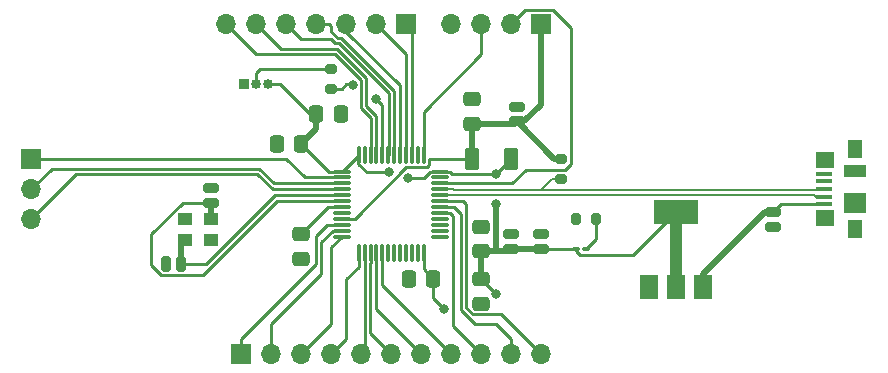
<source format=gbr>
%TF.GenerationSoftware,KiCad,Pcbnew,7.0.8*%
%TF.CreationDate,2025-03-19T21:09:53+05:30*%
%TF.ProjectId,stm32_pcb_design,73746d33-325f-4706-9362-5f6465736967,rev?*%
%TF.SameCoordinates,Original*%
%TF.FileFunction,Copper,L1,Top*%
%TF.FilePolarity,Positive*%
%FSLAX46Y46*%
G04 Gerber Fmt 4.6, Leading zero omitted, Abs format (unit mm)*
G04 Created by KiCad (PCBNEW 7.0.8) date 2025-03-19 21:09:53*
%MOMM*%
%LPD*%
G01*
G04 APERTURE LIST*
G04 Aperture macros list*
%AMRoundRect*
0 Rectangle with rounded corners*
0 $1 Rounding radius*
0 $2 $3 $4 $5 $6 $7 $8 $9 X,Y pos of 4 corners*
0 Add a 4 corners polygon primitive as box body*
4,1,4,$2,$3,$4,$5,$6,$7,$8,$9,$2,$3,0*
0 Add four circle primitives for the rounded corners*
1,1,$1+$1,$2,$3*
1,1,$1+$1,$4,$5*
1,1,$1+$1,$6,$7*
1,1,$1+$1,$8,$9*
0 Add four rect primitives between the rounded corners*
20,1,$1+$1,$2,$3,$4,$5,0*
20,1,$1+$1,$4,$5,$6,$7,0*
20,1,$1+$1,$6,$7,$8,$9,0*
20,1,$1+$1,$8,$9,$2,$3,0*%
G04 Aperture macros list end*
%TA.AperFunction,ComponentPad*%
%ADD10R,1.700000X1.700000*%
%TD*%
%TA.AperFunction,ComponentPad*%
%ADD11O,1.700000X1.700000*%
%TD*%
%TA.AperFunction,SMDPad,CuDef*%
%ADD12RoundRect,0.208750X0.431250X-0.208750X0.431250X0.208750X-0.431250X0.208750X-0.431250X-0.208750X0*%
%TD*%
%TA.AperFunction,SMDPad,CuDef*%
%ADD13RoundRect,0.075000X-0.662500X-0.075000X0.662500X-0.075000X0.662500X0.075000X-0.662500X0.075000X0*%
%TD*%
%TA.AperFunction,SMDPad,CuDef*%
%ADD14RoundRect,0.075000X-0.075000X-0.662500X0.075000X-0.662500X0.075000X0.662500X-0.075000X0.662500X0*%
%TD*%
%TA.AperFunction,SMDPad,CuDef*%
%ADD15RoundRect,0.250000X-0.362500X-0.700000X0.362500X-0.700000X0.362500X0.700000X-0.362500X0.700000X0*%
%TD*%
%TA.AperFunction,SMDPad,CuDef*%
%ADD16RoundRect,0.250000X-0.475000X0.337500X-0.475000X-0.337500X0.475000X-0.337500X0.475000X0.337500X0*%
%TD*%
%TA.AperFunction,SMDPad,CuDef*%
%ADD17RoundRect,0.208750X0.208750X0.431250X-0.208750X0.431250X-0.208750X-0.431250X0.208750X-0.431250X0*%
%TD*%
%TA.AperFunction,SMDPad,CuDef*%
%ADD18RoundRect,0.250000X0.337500X0.475000X-0.337500X0.475000X-0.337500X-0.475000X0.337500X-0.475000X0*%
%TD*%
%TA.AperFunction,SMDPad,CuDef*%
%ADD19RoundRect,0.200000X0.200000X0.275000X-0.200000X0.275000X-0.200000X-0.275000X0.200000X-0.275000X0*%
%TD*%
%TA.AperFunction,SMDPad,CuDef*%
%ADD20RoundRect,0.200000X-0.275000X0.200000X-0.275000X-0.200000X0.275000X-0.200000X0.275000X0.200000X0*%
%TD*%
%TA.AperFunction,SMDPad,CuDef*%
%ADD21RoundRect,0.250000X0.475000X-0.337500X0.475000X0.337500X-0.475000X0.337500X-0.475000X-0.337500X0*%
%TD*%
%TA.AperFunction,SMDPad,CuDef*%
%ADD22R,1.380000X0.450000*%
%TD*%
%TA.AperFunction,SMDPad,CuDef*%
%ADD23R,1.300000X1.650000*%
%TD*%
%TA.AperFunction,SMDPad,CuDef*%
%ADD24R,1.550000X1.425000*%
%TD*%
%TA.AperFunction,SMDPad,CuDef*%
%ADD25R,1.900000X1.800000*%
%TD*%
%TA.AperFunction,SMDPad,CuDef*%
%ADD26R,1.900000X1.000000*%
%TD*%
%TA.AperFunction,SMDPad,CuDef*%
%ADD27RoundRect,0.208750X-0.431250X0.208750X-0.431250X-0.208750X0.431250X-0.208750X0.431250X0.208750X0*%
%TD*%
%TA.AperFunction,SMDPad,CuDef*%
%ADD28R,1.300000X1.000000*%
%TD*%
%TA.AperFunction,SMDPad,CuDef*%
%ADD29RoundRect,0.250000X-0.337500X-0.475000X0.337500X-0.475000X0.337500X0.475000X-0.337500X0.475000X0*%
%TD*%
%TA.AperFunction,SMDPad,CuDef*%
%ADD30R,1.500000X2.000000*%
%TD*%
%TA.AperFunction,SMDPad,CuDef*%
%ADD31R,3.800000X2.000000*%
%TD*%
%TA.AperFunction,SMDPad,CuDef*%
%ADD32RoundRect,0.100000X0.217500X0.100000X-0.217500X0.100000X-0.217500X-0.100000X0.217500X-0.100000X0*%
%TD*%
%TA.AperFunction,ComponentPad*%
%ADD33R,0.850000X0.850000*%
%TD*%
%TA.AperFunction,ComponentPad*%
%ADD34O,0.850000X0.850000*%
%TD*%
%TA.AperFunction,ViaPad*%
%ADD35C,0.800000*%
%TD*%
%TA.AperFunction,Conductor*%
%ADD36C,0.250000*%
%TD*%
%TA.AperFunction,Conductor*%
%ADD37C,0.500000*%
%TD*%
%TA.AperFunction,Conductor*%
%ADD38C,1.000000*%
%TD*%
%TA.AperFunction,Conductor*%
%ADD39C,0.200000*%
%TD*%
G04 APERTURE END LIST*
D10*
%TO.P,PORTC,1,Pin_1*%
%TO.N,Net-(J5-Pin_1)*%
X111760000Y-93995000D03*
D11*
%TO.P,PORTC,2,Pin_2*%
%TO.N,Net-(J5-Pin_2)*%
X111760000Y-96535000D03*
%TO.P,PORTC,3,Pin_3*%
%TO.N,Net-(J5-Pin_3)*%
X111760000Y-99075000D03*
%TD*%
D10*
%TO.P,PORTA,1,Pin_1*%
%TO.N,Net-(J4-Pin_1)*%
X129540000Y-110490000D03*
D11*
%TO.P,PORTA,2,Pin_2*%
%TO.N,Net-(J4-Pin_2)*%
X132080000Y-110490000D03*
%TO.P,PORTA,3,Pin_3*%
%TO.N,Net-(J4-Pin_3)*%
X134620000Y-110490000D03*
%TO.P,PORTA,4,Pin_4*%
%TO.N,Net-(J4-Pin_4)*%
X137160000Y-110490000D03*
%TO.P,PORTA,5,Pin_5*%
%TO.N,Net-(J4-Pin_5)*%
X139700000Y-110490000D03*
%TO.P,PORTA,6,Pin_6*%
%TO.N,Net-(J4-Pin_6)*%
X142240000Y-110490000D03*
%TO.P,PORTA,7,Pin_7*%
%TO.N,Net-(J4-Pin_7)*%
X144780000Y-110490000D03*
%TO.P,PORTA,8,Pin_8*%
%TO.N,Net-(J4-Pin_8)*%
X147320000Y-110490000D03*
%TO.P,PORTA,9,Pin_9*%
%TO.N,Net-(J4-Pin_9)*%
X149860000Y-110490000D03*
%TO.P,PORTA,10,Pin_10*%
%TO.N,Net-(J4-Pin_10)*%
X152400000Y-110490000D03*
%TO.P,PORTA,11,Pin_11*%
%TO.N,Net-(J4-Pin_11)*%
X154940000Y-110490000D03*
%TD*%
D12*
%TO.P,C7,1*%
%TO.N,+3.3VA*%
X152885000Y-90797500D03*
%TO.P,C7,2*%
%TO.N,GND*%
X152885000Y-89542500D03*
%TD*%
D13*
%TO.P,U1,1,VBAT*%
%TO.N,+3.3V*%
X138077500Y-95040000D03*
%TO.P,U1,2,PC13*%
%TO.N,Net-(J5-Pin_1)*%
X138077500Y-95540000D03*
%TO.P,U1,3,PC14*%
%TO.N,Net-(J5-Pin_2)*%
X138077500Y-96040000D03*
%TO.P,U1,4,PC15*%
%TO.N,Net-(J5-Pin_3)*%
X138077500Y-96540000D03*
%TO.P,U1,5,PD0*%
%TO.N,/HSE_IN*%
X138077500Y-97040000D03*
%TO.P,U1,6,PD1*%
%TO.N,/HSE_OUT*%
X138077500Y-97540000D03*
%TO.P,U1,7,NRST*%
%TO.N,/NRST*%
X138077500Y-98040000D03*
%TO.P,U1,8,VSSA*%
%TO.N,GND*%
X138077500Y-98540000D03*
%TO.P,U1,9,VDDA*%
%TO.N,+3.3VA*%
X138077500Y-99040000D03*
%TO.P,U1,10,PA0*%
%TO.N,Net-(J4-Pin_1)*%
X138077500Y-99540000D03*
%TO.P,U1,11,PA1*%
%TO.N,Net-(J4-Pin_2)*%
X138077500Y-100040000D03*
%TO.P,U1,12,PA2*%
%TO.N,Net-(J4-Pin_3)*%
X138077500Y-100540000D03*
D14*
%TO.P,U1,13,PA3*%
%TO.N,Net-(J4-Pin_4)*%
X139490000Y-101952500D03*
%TO.P,U1,14,PA4*%
%TO.N,Net-(J4-Pin_5)*%
X139990000Y-101952500D03*
%TO.P,U1,15,PA5*%
%TO.N,Net-(J4-Pin_6)*%
X140490000Y-101952500D03*
%TO.P,U1,16,PA6*%
%TO.N,Net-(J4-Pin_7)*%
X140990000Y-101952500D03*
%TO.P,U1,17,PA7*%
%TO.N,Net-(J4-Pin_8)*%
X141490000Y-101952500D03*
%TO.P,U1,18,PB0*%
%TO.N,unconnected-(U1-PB0-Pad18)*%
X141990000Y-101952500D03*
%TO.P,U1,19,PB1*%
%TO.N,unconnected-(U1-PB1-Pad19)*%
X142490000Y-101952500D03*
%TO.P,U1,20,PB2*%
%TO.N,unconnected-(U1-PB2-Pad20)*%
X142990000Y-101952500D03*
%TO.P,U1,21,PB10*%
%TO.N,unconnected-(U1-PB10-Pad21)*%
X143490000Y-101952500D03*
%TO.P,U1,22,PB11*%
%TO.N,unconnected-(U1-PB11-Pad22)*%
X143990000Y-101952500D03*
%TO.P,U1,23,VSS*%
%TO.N,GND*%
X144490000Y-101952500D03*
%TO.P,U1,24,VDD*%
%TO.N,+3.3V*%
X144990000Y-101952500D03*
D13*
%TO.P,U1,25,PB12*%
%TO.N,unconnected-(U1-PB12-Pad25)*%
X146402500Y-100540000D03*
%TO.P,U1,26,PB13*%
%TO.N,unconnected-(U1-PB13-Pad26)*%
X146402500Y-100040000D03*
%TO.P,U1,27,PB14*%
%TO.N,unconnected-(U1-PB14-Pad27)*%
X146402500Y-99540000D03*
%TO.P,U1,28,PB15*%
%TO.N,unconnected-(U1-PB15-Pad28)*%
X146402500Y-99040000D03*
%TO.P,U1,29,PA8*%
%TO.N,Net-(J4-Pin_9)*%
X146402500Y-98540000D03*
%TO.P,U1,30,PA9*%
%TO.N,Net-(J4-Pin_10)*%
X146402500Y-98040000D03*
%TO.P,U1,31,PA10*%
%TO.N,Net-(J4-Pin_11)*%
X146402500Y-97540000D03*
%TO.P,U1,32,PA11*%
%TO.N,/USB_D-*%
X146402500Y-97040000D03*
%TO.P,U1,33,PA12*%
%TO.N,/USB_D+*%
X146402500Y-96540000D03*
%TO.P,U1,34,PA13*%
%TO.N,/SWDIO*%
X146402500Y-96040000D03*
%TO.P,U1,35,VSS*%
%TO.N,GND*%
X146402500Y-95540000D03*
%TO.P,U1,36,VDD*%
%TO.N,+3.3V*%
X146402500Y-95040000D03*
D14*
%TO.P,U1,37,PA14*%
%TO.N,/SWCLK*%
X144990000Y-93627500D03*
%TO.P,U1,38,PA15*%
%TO.N,unconnected-(U1-PA15-Pad38)*%
X144490000Y-93627500D03*
%TO.P,U1,39,PB3*%
%TO.N,Net-(J3-Pin_1)*%
X143990000Y-93627500D03*
%TO.P,U1,40,PB4*%
%TO.N,Net-(J3-Pin_2)*%
X143490000Y-93627500D03*
%TO.P,U1,41,PB5*%
%TO.N,Net-(J3-Pin_3)*%
X142990000Y-93627500D03*
%TO.P,U1,42,PB6*%
%TO.N,Net-(J3-Pin_4)*%
X142490000Y-93627500D03*
%TO.P,U1,43,PB7*%
%TO.N,Net-(J3-Pin_5)*%
X141990000Y-93627500D03*
%TO.P,U1,44,BOOT0*%
%TO.N,/BOOT0*%
X141490000Y-93627500D03*
%TO.P,U1,45,PB8*%
%TO.N,Net-(J3-Pin_6)*%
X140990000Y-93627500D03*
%TO.P,U1,46,PB9*%
%TO.N,Net-(J3-Pin_7)*%
X140490000Y-93627500D03*
%TO.P,U1,47,VSS*%
%TO.N,GND*%
X139990000Y-93627500D03*
%TO.P,U1,48,VDD*%
%TO.N,+3.3V*%
X139490000Y-93627500D03*
%TD*%
D15*
%TO.P,FB1,1*%
%TO.N,+3.3VA*%
X149075000Y-93980000D03*
%TO.P,FB1,2*%
%TO.N,+3.3V*%
X152400000Y-93980000D03*
%TD*%
D16*
%TO.P,C5,1*%
%TO.N,+3.3V*%
X149860000Y-104140000D03*
%TO.P,C5,2*%
%TO.N,GND*%
X149860000Y-106215000D03*
%TD*%
D17*
%TO.P,C10,1*%
%TO.N,/HSE_IN*%
X124460000Y-102870000D03*
%TO.P,C10,2*%
%TO.N,GND*%
X123205000Y-102870000D03*
%TD*%
D16*
%TO.P,C9,1*%
%TO.N,/NRST*%
X134620000Y-100330000D03*
%TO.P,C9,2*%
%TO.N,GND*%
X134620000Y-102405000D03*
%TD*%
D18*
%TO.P,C3,1*%
%TO.N,+3.3V*%
X134620000Y-92710000D03*
%TO.P,C3,2*%
%TO.N,GND*%
X132545000Y-92710000D03*
%TD*%
D19*
%TO.P,R3,1*%
%TO.N,Net-(D1-K)*%
X159575000Y-99060000D03*
%TO.P,R3,2*%
%TO.N,GND*%
X157925000Y-99060000D03*
%TD*%
D20*
%TO.P,R1,1*%
%TO.N,/sw_boot0*%
X137160000Y-86360000D03*
%TO.P,R1,2*%
%TO.N,/BOOT0*%
X137160000Y-88010000D03*
%TD*%
D18*
%TO.P,C2,1*%
%TO.N,+3.3V*%
X145817500Y-104140000D03*
%TO.P,C2,2*%
%TO.N,GND*%
X143742500Y-104140000D03*
%TD*%
D12*
%TO.P,C11,2*%
%TO.N,GND*%
X127000000Y-96422500D03*
%TO.P,C11,1*%
%TO.N,/HSE_OUT*%
X127000000Y-97677500D03*
%TD*%
%TO.P,C8,1*%
%TO.N,+3.3V*%
X152400000Y-101600000D03*
%TO.P,C8,2*%
%TO.N,GND*%
X152400000Y-100345000D03*
%TD*%
%TO.P,C13,1*%
%TO.N,+3.3V*%
X154940000Y-101585000D03*
%TO.P,C13,2*%
%TO.N,GND*%
X154940000Y-100330000D03*
%TD*%
D21*
%TO.P,C1,1*%
%TO.N,+3.3V*%
X149860000Y-101777500D03*
%TO.P,C1,2*%
%TO.N,GND*%
X149860000Y-99702500D03*
%TD*%
D10*
%TO.P,SWD,1,Pin_1*%
%TO.N,+3.3VA*%
X154930000Y-82550000D03*
D11*
%TO.P,SWD,2,Pin_2*%
%TO.N,/SWDIO*%
X152390000Y-82550000D03*
%TO.P,SWD,3,Pin_3*%
%TO.N,/SWCLK*%
X149850000Y-82550000D03*
%TO.P,SWD,4,Pin_4*%
%TO.N,GND*%
X147310000Y-82550000D03*
%TD*%
D21*
%TO.P,C6,1*%
%TO.N,+3.3VA*%
X149075000Y-90975000D03*
%TO.P,C6,2*%
%TO.N,GND*%
X149075000Y-88900000D03*
%TD*%
D22*
%TO.P,J1,1,VBUS*%
%TO.N,VBUS*%
X178880000Y-97820000D03*
%TO.P,J1,2,D-*%
%TO.N,/USB_D-*%
X178880000Y-97170000D03*
%TO.P,J1,3,D+*%
%TO.N,/USB_D+*%
X178880000Y-96520000D03*
%TO.P,J1,4,ID*%
%TO.N,unconnected-(J1-ID-Pad4)*%
X178880000Y-95870000D03*
%TO.P,J1,5,GND*%
%TO.N,GND*%
X178880000Y-95220000D03*
D23*
%TO.P,J1,6,Shield*%
%TO.N,unconnected-(J1-Shield-Pad6)*%
X181540000Y-99895000D03*
D24*
X178965000Y-99007500D03*
D25*
X181540000Y-97670000D03*
D26*
X181540000Y-94970000D03*
D24*
X178965000Y-94032500D03*
D23*
X181540000Y-93145000D03*
%TD*%
D27*
%TO.P,C12,1*%
%TO.N,VBUS*%
X174562500Y-98485000D03*
%TO.P,C12,2*%
%TO.N,GND*%
X174562500Y-99740000D03*
%TD*%
D10*
%TO.P,PORTB,1,Pin_1*%
%TO.N,Net-(J3-Pin_1)*%
X143510000Y-82550000D03*
D11*
%TO.P,PORTB,2,Pin_2*%
%TO.N,Net-(J3-Pin_2)*%
X140970000Y-82550000D03*
%TO.P,PORTB,3,Pin_3*%
%TO.N,Net-(J3-Pin_3)*%
X138430000Y-82550000D03*
%TO.P,PORTB,4,Pin_4*%
%TO.N,Net-(J3-Pin_4)*%
X135890000Y-82550000D03*
%TO.P,PORTB,5,Pin_5*%
%TO.N,Net-(J3-Pin_5)*%
X133350000Y-82550000D03*
%TO.P,PORTB,6,Pin_6*%
%TO.N,Net-(J3-Pin_6)*%
X130810000Y-82550000D03*
%TO.P,PORTB,7,Pin_7*%
%TO.N,Net-(J3-Pin_7)*%
X128270000Y-82550000D03*
%TD*%
D20*
%TO.P,R2,1*%
%TO.N,+3.3VA*%
X156655000Y-93980000D03*
%TO.P,R2,2*%
%TO.N,/USB_D+*%
X156655000Y-95630000D03*
%TD*%
D28*
%TO.P,Y1,4,4*%
%TO.N,GND*%
X124800000Y-99060000D03*
%TO.P,Y1,3,3*%
%TO.N,/HSE_OUT*%
X127000000Y-99060000D03*
%TO.P,Y1,2,2*%
%TO.N,GND*%
X127000000Y-100860000D03*
%TO.P,Y1,1,1*%
%TO.N,/HSE_IN*%
X124800000Y-100860000D03*
%TD*%
D29*
%TO.P,C4,1*%
%TO.N,+3.3V*%
X135890000Y-90170000D03*
%TO.P,C4,2*%
%TO.N,GND*%
X137965000Y-90170000D03*
%TD*%
D30*
%TO.P,U2,1,GND*%
%TO.N,GND*%
X164070000Y-104802500D03*
%TO.P,U2,2,VO*%
%TO.N,+3.3V*%
X166370000Y-104802500D03*
D31*
X166370000Y-98502500D03*
D30*
%TO.P,U2,3,VI*%
%TO.N,VBUS*%
X168670000Y-104802500D03*
%TD*%
D32*
%TO.P,D1,1,K*%
%TO.N,Net-(D1-K)*%
X158725000Y-101600000D03*
%TO.P,D1,2,A*%
%TO.N,+3.3V*%
X157910000Y-101600000D03*
%TD*%
D33*
%TO.P,SW1,1,A*%
%TO.N,GND*%
X129810000Y-87630000D03*
D34*
%TO.P,SW1,2,B*%
%TO.N,/sw_boot0*%
X130810000Y-87630000D03*
%TO.P,SW1,3,C*%
%TO.N,+3.3V*%
X131810000Y-87630000D03*
%TD*%
D35*
%TO.N,+3.3V*%
X142082701Y-95092701D03*
X143660049Y-95564549D03*
X151130000Y-105410000D03*
X146740500Y-106680000D03*
%TO.N,/BOOT0*%
X140970000Y-88900000D03*
X138975500Y-87668306D03*
%TO.N,+3.3V*%
X151130000Y-97790000D03*
X151130000Y-95250000D03*
%TD*%
D36*
%TO.N,+3.3V*%
X158235000Y-102125000D02*
X157910000Y-101800000D01*
X162747500Y-102125000D02*
X158235000Y-102125000D01*
X166370000Y-98502500D02*
X162747500Y-102125000D01*
X157910000Y-101800000D02*
X157910000Y-101600000D01*
X154955000Y-101600000D02*
X154940000Y-101585000D01*
X157910000Y-101600000D02*
X154955000Y-101600000D01*
%TO.N,Net-(J3-Pin_4)*%
X138013542Y-83720344D02*
X142490000Y-88196802D01*
X142490000Y-88196802D02*
X142490000Y-93627500D01*
X137696740Y-83720344D02*
X138013542Y-83720344D01*
X137160000Y-83183604D02*
X137696740Y-83720344D01*
X137160000Y-82740000D02*
X137160000Y-83183604D01*
X135890000Y-82550000D02*
X136970000Y-82550000D01*
X136970000Y-82550000D02*
X137160000Y-82740000D01*
%TO.N,Net-(J3-Pin_5)*%
X137827146Y-84170344D02*
X142015000Y-88358198D01*
X142015000Y-88358198D02*
X142015000Y-93652500D01*
X142015000Y-93652500D02*
X141990000Y-93627500D01*
X137160000Y-83820000D02*
X137510344Y-84170344D01*
X134620000Y-83820000D02*
X137160000Y-83820000D01*
X133350000Y-82550000D02*
X134620000Y-83820000D01*
X137510344Y-84170344D02*
X137827146Y-84170344D01*
%TO.N,Net-(J3-Pin_6)*%
X140990000Y-90343604D02*
X140990000Y-93627500D01*
X140150000Y-87129594D02*
X140150000Y-89503604D01*
X137567498Y-84620344D02*
X137640750Y-84620344D01*
X137547842Y-84640000D02*
X137567498Y-84620344D01*
X132900000Y-84640000D02*
X137547842Y-84640000D01*
X140150000Y-89503604D02*
X140990000Y-90343604D01*
X130810000Y-82550000D02*
X132900000Y-84640000D01*
X137640750Y-84620344D02*
X140150000Y-87129594D01*
%TO.N,+3.3V*%
X143660049Y-95564549D02*
X144992533Y-95564549D01*
X144992533Y-95564549D02*
X145517082Y-95040000D01*
X145517082Y-95040000D02*
X146402500Y-95040000D01*
X139418750Y-94359436D02*
X139418750Y-93698750D01*
X140152015Y-95092701D02*
X139418750Y-94359436D01*
X142082701Y-95092701D02*
X140152015Y-95092701D01*
X139418750Y-93698750D02*
X139490000Y-93627500D01*
X138077500Y-95040000D02*
X139418750Y-93698750D01*
%TO.N,+3.3VA*%
X139160000Y-99040000D02*
X138077500Y-99040000D01*
X145465000Y-94455686D02*
X145230686Y-94690000D01*
X145465000Y-93980000D02*
X145465000Y-94455686D01*
X145230686Y-94690000D02*
X143510000Y-94690000D01*
X149075000Y-93980000D02*
X145465000Y-93980000D01*
X143510000Y-94690000D02*
X139160000Y-99040000D01*
%TO.N,/SWDIO*%
X152500000Y-96040000D02*
X146402500Y-96040000D01*
X156947462Y-94905000D02*
X153635000Y-94905000D01*
X153635000Y-94905000D02*
X152500000Y-96040000D01*
X157455000Y-82915380D02*
X157455000Y-94397462D01*
X152390000Y-82550000D02*
X153565000Y-81375000D01*
X153565000Y-81375000D02*
X155914620Y-81375000D01*
X155914620Y-81375000D02*
X157455000Y-82915380D01*
X157455000Y-94397462D02*
X156947462Y-94905000D01*
%TO.N,+3.3V*%
X145817500Y-105757000D02*
X146740500Y-106680000D01*
X151130000Y-105410000D02*
X149860000Y-104140000D01*
X145817500Y-104140000D02*
X145817500Y-105757000D01*
X144990000Y-103312500D02*
X145817500Y-104140000D01*
X144990000Y-101952500D02*
X144990000Y-103312500D01*
%TO.N,Net-(J4-Pin_9)*%
X147465000Y-108095000D02*
X149860000Y-110490000D01*
X147465000Y-98799314D02*
X147465000Y-108095000D01*
X147205686Y-98540000D02*
X147465000Y-98799314D01*
X146402500Y-98540000D02*
X147205686Y-98540000D01*
%TO.N,Net-(J4-Pin_10)*%
X152400000Y-109220000D02*
X152400000Y-110490000D01*
X151130000Y-107950000D02*
X152400000Y-109220000D01*
X149332930Y-107950000D02*
X151130000Y-107950000D01*
X148140000Y-98610000D02*
X148140000Y-106757070D01*
X148140000Y-106757070D02*
X149332930Y-107950000D01*
X147570000Y-98040000D02*
X148140000Y-98610000D01*
X146402500Y-98040000D02*
X147570000Y-98040000D01*
%TO.N,Net-(J4-Pin_11)*%
X151577500Y-107127500D02*
X154940000Y-110490000D01*
X148590000Y-97790000D02*
X148590000Y-106570674D01*
X148340000Y-97540000D02*
X148590000Y-97790000D01*
X149146826Y-107127500D02*
X151577500Y-107127500D01*
X146402500Y-97540000D02*
X148340000Y-97540000D01*
X148590000Y-106570674D02*
X149146826Y-107127500D01*
D37*
%TO.N,+3.3V*%
X135890000Y-91440000D02*
X134620000Y-92710000D01*
X135890000Y-90170000D02*
X135890000Y-91440000D01*
D36*
%TO.N,/BOOT0*%
X141490000Y-89420000D02*
X141490000Y-93627500D01*
X140970000Y-88900000D02*
X141490000Y-89420000D01*
X138937194Y-87630000D02*
X138975500Y-87668306D01*
X138430000Y-87630000D02*
X138937194Y-87630000D01*
X138050000Y-88010000D02*
X138430000Y-87630000D01*
X137160000Y-88010000D02*
X138050000Y-88010000D01*
%TO.N,Net-(J3-Pin_7)*%
X140490000Y-90480000D02*
X140490000Y-93627500D01*
X139700000Y-89690000D02*
X140490000Y-90480000D01*
X137474010Y-85090000D02*
X139700000Y-87315990D01*
X139700000Y-87315990D02*
X139700000Y-89690000D01*
X130810000Y-85090000D02*
X137474010Y-85090000D01*
X128270000Y-82550000D02*
X130810000Y-85090000D01*
%TO.N,Net-(J3-Pin_3)*%
X142990000Y-87743604D02*
X142990000Y-93627500D01*
X138516740Y-83270344D02*
X142990000Y-87743604D01*
X138430000Y-82550000D02*
X138430000Y-83270344D01*
X138430000Y-83270344D02*
X138516740Y-83270344D01*
%TO.N,Net-(J3-Pin_2)*%
X143490000Y-85070000D02*
X143490000Y-93627500D01*
X140970000Y-82550000D02*
X143490000Y-85070000D01*
%TO.N,Net-(J3-Pin_1)*%
X143510000Y-82550000D02*
X143990000Y-83030000D01*
X143990000Y-83030000D02*
X143990000Y-93627500D01*
%TO.N,+3.3V*%
X132815000Y-87630000D02*
X135355000Y-90170000D01*
X131810000Y-87630000D02*
X132815000Y-87630000D01*
%TO.N,/sw_boot0*%
X130810000Y-86670000D02*
X130810000Y-87630000D01*
X131100000Y-86380000D02*
X130810000Y-86670000D01*
X137410000Y-86380000D02*
X131100000Y-86380000D01*
X137430000Y-86360000D02*
X137410000Y-86380000D01*
%TO.N,Net-(J4-Pin_8)*%
X141490000Y-104660000D02*
X147320000Y-110490000D01*
X141490000Y-101952500D02*
X141490000Y-104660000D01*
%TO.N,Net-(J4-Pin_7)*%
X140990000Y-106700000D02*
X144780000Y-110490000D01*
X140990000Y-101952500D02*
X140990000Y-106700000D01*
%TO.N,Net-(J4-Pin_6)*%
X140440000Y-102805686D02*
X140440000Y-108690000D01*
X140440000Y-108690000D02*
X142240000Y-110490000D01*
X140490000Y-102755686D02*
X140440000Y-102805686D01*
X140490000Y-101952500D02*
X140490000Y-102755686D01*
%TO.N,Net-(J4-Pin_5)*%
X139990000Y-110200000D02*
X139700000Y-110490000D01*
X139990000Y-101952500D02*
X139990000Y-110200000D01*
%TO.N,Net-(J4-Pin_4)*%
X138430000Y-104140000D02*
X138430000Y-109220000D01*
X138430000Y-109220000D02*
X137160000Y-110490000D01*
X139490000Y-103080000D02*
X138430000Y-104140000D01*
X139490000Y-101952500D02*
X139490000Y-103080000D01*
%TO.N,Net-(J4-Pin_3)*%
X137160000Y-101457500D02*
X137160000Y-107950000D01*
X138077500Y-100540000D02*
X137160000Y-101457500D01*
X137160000Y-107950000D02*
X134620000Y-110490000D01*
%TO.N,Net-(J4-Pin_2)*%
X136340000Y-103690000D02*
X132080000Y-107950000D01*
X136340000Y-100974314D02*
X136340000Y-103690000D01*
X132080000Y-107950000D02*
X132080000Y-110490000D01*
X137274314Y-100040000D02*
X136340000Y-100974314D01*
X138077500Y-100040000D02*
X137274314Y-100040000D01*
%TO.N,Net-(J4-Pin_1)*%
X129540000Y-109220000D02*
X129540000Y-110490000D01*
X135890000Y-102870000D02*
X129540000Y-109220000D01*
X136836396Y-99540000D02*
X135890000Y-100486396D01*
X138077500Y-99540000D02*
X136836396Y-99540000D01*
X135890000Y-100486396D02*
X135890000Y-102870000D01*
%TO.N,/SWCLK*%
X144990000Y-89960000D02*
X149850000Y-85100000D01*
X149850000Y-85100000D02*
X149850000Y-82550000D01*
X144990000Y-93627500D02*
X144990000Y-89960000D01*
D37*
%TO.N,+3.3VA*%
X154930000Y-89392500D02*
X154930000Y-82550000D01*
X153525000Y-90797500D02*
X154930000Y-89392500D01*
X152885000Y-90797500D02*
X153525000Y-90797500D01*
%TO.N,+3.3V*%
X151130000Y-97790000D02*
X151130000Y-101777500D01*
X151130000Y-101777500D02*
X152222500Y-101777500D01*
X149860000Y-101777500D02*
X151130000Y-101777500D01*
D36*
X152400000Y-93980000D02*
X151130000Y-95250000D01*
D38*
X166370000Y-98502500D02*
X166370000Y-104802500D01*
D36*
X147205686Y-95040000D02*
X146402500Y-95040000D01*
X147420686Y-95255000D02*
X147205686Y-95040000D01*
X151125000Y-95255000D02*
X147420686Y-95255000D01*
X152400000Y-93980000D02*
X151125000Y-95255000D01*
%TO.N,Net-(J5-Pin_1)*%
X133335000Y-93995000D02*
X111760000Y-93995000D01*
X133350000Y-93980000D02*
X133335000Y-93995000D01*
X134910000Y-95540000D02*
X133350000Y-93980000D01*
X138077500Y-95540000D02*
X134910000Y-95540000D01*
%TO.N,Net-(J5-Pin_2)*%
X113495000Y-94800000D02*
X111760000Y-96535000D01*
X131089620Y-94800000D02*
X113495000Y-94800000D01*
X132329620Y-96040000D02*
X131089620Y-94800000D01*
X138077500Y-96040000D02*
X132329620Y-96040000D01*
%TO.N,Net-(J5-Pin_3)*%
X132193224Y-96540000D02*
X130903224Y-95250000D01*
X130903224Y-95250000D02*
X115585000Y-95250000D01*
X138077500Y-96540000D02*
X132193224Y-96540000D01*
X115585000Y-95250000D02*
X111760000Y-99075000D01*
%TO.N,+3.3V*%
X136950000Y-95040000D02*
X134620000Y-92710000D01*
X138077500Y-95040000D02*
X136950000Y-95040000D01*
%TO.N,/NRST*%
X136910000Y-98040000D02*
X138077500Y-98040000D01*
D37*
%TO.N,/HSE_OUT*%
X127000000Y-97677500D02*
X127000000Y-99060000D01*
D36*
X124572880Y-97677500D02*
X127000000Y-97677500D01*
X121920000Y-102979838D02*
X121920000Y-100330380D01*
X121920000Y-100330380D02*
X124572880Y-97677500D01*
X122775162Y-103835000D02*
X121920000Y-102979838D01*
X126271016Y-103835000D02*
X122775162Y-103835000D01*
X132566016Y-97540000D02*
X126271016Y-103835000D01*
X138077500Y-97540000D02*
X132566016Y-97540000D01*
D37*
%TO.N,/HSE_IN*%
X124460000Y-101200000D02*
X124800000Y-100860000D01*
X124460000Y-102870000D02*
X124460000Y-101200000D01*
D36*
X126599620Y-102870000D02*
X124460000Y-102870000D01*
X132429620Y-97040000D02*
X126599620Y-102870000D01*
X138077500Y-97040000D02*
X132429620Y-97040000D01*
D37*
%TO.N,+3.3VA*%
X156067500Y-93980000D02*
X152885000Y-90797500D01*
X156655000Y-93980000D02*
X156067500Y-93980000D01*
X149075000Y-90975000D02*
X149075000Y-93980000D01*
X152707500Y-90975000D02*
X152885000Y-90797500D01*
X149075000Y-90975000D02*
X152707500Y-90975000D01*
D39*
%TO.N,/USB_D+*%
X155875000Y-95630000D02*
X156655000Y-95630000D01*
X154940000Y-96565000D02*
X155875000Y-95630000D01*
X154940000Y-96565000D02*
X178835000Y-96565000D01*
X147533751Y-96565000D02*
X154940000Y-96565000D01*
D36*
%TO.N,VBUS*%
X175227500Y-97820000D02*
X178880000Y-97820000D01*
X174562500Y-98485000D02*
X175227500Y-97820000D01*
D39*
%TO.N,/USB_D+*%
X178835000Y-96565000D02*
X178880000Y-96520000D01*
X147508751Y-96540000D02*
X147533751Y-96565000D01*
X146402500Y-96540000D02*
X147508751Y-96540000D01*
%TO.N,/USB_D-*%
X178190736Y-97170000D02*
X178880000Y-97170000D01*
X178035736Y-97015000D02*
X178190736Y-97170000D01*
X147533751Y-97015000D02*
X178035736Y-97015000D01*
X147508751Y-97040000D02*
X147533751Y-97015000D01*
X146402500Y-97040000D02*
X147508751Y-97040000D01*
D37*
%TO.N,VBUS*%
X168670000Y-103737500D02*
X168670000Y-104802500D01*
X173922500Y-98485000D02*
X168670000Y-103737500D01*
X174562500Y-98485000D02*
X173922500Y-98485000D01*
D36*
%TO.N,Net-(D1-K)*%
X158725000Y-101600000D02*
X159575000Y-100750000D01*
X159575000Y-100750000D02*
X159575000Y-99060000D01*
%TO.N,+3.3V*%
X157895000Y-101585000D02*
X157910000Y-101600000D01*
D37*
X152400000Y-101600000D02*
X154925000Y-101600000D01*
X154925000Y-101600000D02*
X154940000Y-101585000D01*
X152222500Y-101777500D02*
X152400000Y-101600000D01*
X149860000Y-101777500D02*
X149860000Y-104140000D01*
D36*
%TO.N,/NRST*%
X136910000Y-98040000D02*
X134620000Y-100330000D01*
%TD*%
M02*

</source>
